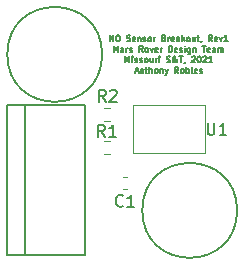
<source format=gbr>
G04 #@! TF.GenerationSoftware,KiCad,Pcbnew,(5.1.4)-1*
G04 #@! TF.CreationDate,2020-11-28T02:07:29-06:00*
G04 #@! TF.ProjectId,NO_Sensor_Breakout,4e4f5f53-656e-4736-9f72-5f427265616b,rev?*
G04 #@! TF.SameCoordinates,Original*
G04 #@! TF.FileFunction,Legend,Top*
G04 #@! TF.FilePolarity,Positive*
%FSLAX46Y46*%
G04 Gerber Fmt 4.6, Leading zero omitted, Abs format (unit mm)*
G04 Created by KiCad (PCBNEW (5.1.4)-1) date 2020-11-28 02:07:29*
%MOMM*%
%LPD*%
G04 APERTURE LIST*
%ADD10C,0.127000*%
%ADD11C,0.150000*%
%ADD12C,0.120000*%
G04 APERTURE END LIST*
D10*
X166224857Y-75350309D02*
X166224857Y-74842309D01*
X166515142Y-75350309D01*
X166515142Y-74842309D01*
X166853809Y-74842309D02*
X166950571Y-74842309D01*
X166998952Y-74866500D01*
X167047333Y-74914880D01*
X167071523Y-75011642D01*
X167071523Y-75180976D01*
X167047333Y-75277738D01*
X166998952Y-75326119D01*
X166950571Y-75350309D01*
X166853809Y-75350309D01*
X166805428Y-75326119D01*
X166757047Y-75277738D01*
X166732857Y-75180976D01*
X166732857Y-75011642D01*
X166757047Y-74914880D01*
X166805428Y-74866500D01*
X166853809Y-74842309D01*
X167652095Y-75326119D02*
X167724666Y-75350309D01*
X167845619Y-75350309D01*
X167894000Y-75326119D01*
X167918190Y-75301928D01*
X167942380Y-75253547D01*
X167942380Y-75205166D01*
X167918190Y-75156785D01*
X167894000Y-75132595D01*
X167845619Y-75108404D01*
X167748857Y-75084214D01*
X167700476Y-75060023D01*
X167676285Y-75035833D01*
X167652095Y-74987452D01*
X167652095Y-74939071D01*
X167676285Y-74890690D01*
X167700476Y-74866500D01*
X167748857Y-74842309D01*
X167869809Y-74842309D01*
X167942380Y-74866500D01*
X168353619Y-75326119D02*
X168305238Y-75350309D01*
X168208476Y-75350309D01*
X168160095Y-75326119D01*
X168135904Y-75277738D01*
X168135904Y-75084214D01*
X168160095Y-75035833D01*
X168208476Y-75011642D01*
X168305238Y-75011642D01*
X168353619Y-75035833D01*
X168377809Y-75084214D01*
X168377809Y-75132595D01*
X168135904Y-75180976D01*
X168595523Y-75011642D02*
X168595523Y-75350309D01*
X168595523Y-75060023D02*
X168619714Y-75035833D01*
X168668095Y-75011642D01*
X168740666Y-75011642D01*
X168789047Y-75035833D01*
X168813238Y-75084214D01*
X168813238Y-75350309D01*
X169030952Y-75326119D02*
X169079333Y-75350309D01*
X169176095Y-75350309D01*
X169224476Y-75326119D01*
X169248666Y-75277738D01*
X169248666Y-75253547D01*
X169224476Y-75205166D01*
X169176095Y-75180976D01*
X169103523Y-75180976D01*
X169055142Y-75156785D01*
X169030952Y-75108404D01*
X169030952Y-75084214D01*
X169055142Y-75035833D01*
X169103523Y-75011642D01*
X169176095Y-75011642D01*
X169224476Y-75035833D01*
X169538952Y-75350309D02*
X169490571Y-75326119D01*
X169466380Y-75301928D01*
X169442190Y-75253547D01*
X169442190Y-75108404D01*
X169466380Y-75060023D01*
X169490571Y-75035833D01*
X169538952Y-75011642D01*
X169611523Y-75011642D01*
X169659904Y-75035833D01*
X169684095Y-75060023D01*
X169708285Y-75108404D01*
X169708285Y-75253547D01*
X169684095Y-75301928D01*
X169659904Y-75326119D01*
X169611523Y-75350309D01*
X169538952Y-75350309D01*
X169926000Y-75350309D02*
X169926000Y-75011642D01*
X169926000Y-75108404D02*
X169950190Y-75060023D01*
X169974380Y-75035833D01*
X170022761Y-75011642D01*
X170071142Y-75011642D01*
X170796857Y-75084214D02*
X170869428Y-75108404D01*
X170893619Y-75132595D01*
X170917809Y-75180976D01*
X170917809Y-75253547D01*
X170893619Y-75301928D01*
X170869428Y-75326119D01*
X170821047Y-75350309D01*
X170627523Y-75350309D01*
X170627523Y-74842309D01*
X170796857Y-74842309D01*
X170845238Y-74866500D01*
X170869428Y-74890690D01*
X170893619Y-74939071D01*
X170893619Y-74987452D01*
X170869428Y-75035833D01*
X170845238Y-75060023D01*
X170796857Y-75084214D01*
X170627523Y-75084214D01*
X171135523Y-75350309D02*
X171135523Y-75011642D01*
X171135523Y-75108404D02*
X171159714Y-75060023D01*
X171183904Y-75035833D01*
X171232285Y-75011642D01*
X171280666Y-75011642D01*
X171643523Y-75326119D02*
X171595142Y-75350309D01*
X171498380Y-75350309D01*
X171450000Y-75326119D01*
X171425809Y-75277738D01*
X171425809Y-75084214D01*
X171450000Y-75035833D01*
X171498380Y-75011642D01*
X171595142Y-75011642D01*
X171643523Y-75035833D01*
X171667714Y-75084214D01*
X171667714Y-75132595D01*
X171425809Y-75180976D01*
X172103142Y-75350309D02*
X172103142Y-75084214D01*
X172078952Y-75035833D01*
X172030571Y-75011642D01*
X171933809Y-75011642D01*
X171885428Y-75035833D01*
X172103142Y-75326119D02*
X172054761Y-75350309D01*
X171933809Y-75350309D01*
X171885428Y-75326119D01*
X171861238Y-75277738D01*
X171861238Y-75229357D01*
X171885428Y-75180976D01*
X171933809Y-75156785D01*
X172054761Y-75156785D01*
X172103142Y-75132595D01*
X172345047Y-75350309D02*
X172345047Y-74842309D01*
X172393428Y-75156785D02*
X172538571Y-75350309D01*
X172538571Y-75011642D02*
X172345047Y-75205166D01*
X172828857Y-75350309D02*
X172780476Y-75326119D01*
X172756285Y-75301928D01*
X172732095Y-75253547D01*
X172732095Y-75108404D01*
X172756285Y-75060023D01*
X172780476Y-75035833D01*
X172828857Y-75011642D01*
X172901428Y-75011642D01*
X172949809Y-75035833D01*
X172974000Y-75060023D01*
X172998190Y-75108404D01*
X172998190Y-75253547D01*
X172974000Y-75301928D01*
X172949809Y-75326119D01*
X172901428Y-75350309D01*
X172828857Y-75350309D01*
X173433619Y-75011642D02*
X173433619Y-75350309D01*
X173215904Y-75011642D02*
X173215904Y-75277738D01*
X173240095Y-75326119D01*
X173288476Y-75350309D01*
X173361047Y-75350309D01*
X173409428Y-75326119D01*
X173433619Y-75301928D01*
X173602952Y-75011642D02*
X173796476Y-75011642D01*
X173675523Y-74842309D02*
X173675523Y-75277738D01*
X173699714Y-75326119D01*
X173748095Y-75350309D01*
X173796476Y-75350309D01*
X173990000Y-75326119D02*
X173990000Y-75350309D01*
X173965809Y-75398690D01*
X173941619Y-75422880D01*
X174885047Y-75350309D02*
X174715714Y-75108404D01*
X174594761Y-75350309D02*
X174594761Y-74842309D01*
X174788285Y-74842309D01*
X174836666Y-74866500D01*
X174860857Y-74890690D01*
X174885047Y-74939071D01*
X174885047Y-75011642D01*
X174860857Y-75060023D01*
X174836666Y-75084214D01*
X174788285Y-75108404D01*
X174594761Y-75108404D01*
X175296285Y-75326119D02*
X175247904Y-75350309D01*
X175151142Y-75350309D01*
X175102761Y-75326119D01*
X175078571Y-75277738D01*
X175078571Y-75084214D01*
X175102761Y-75035833D01*
X175151142Y-75011642D01*
X175247904Y-75011642D01*
X175296285Y-75035833D01*
X175320476Y-75084214D01*
X175320476Y-75132595D01*
X175078571Y-75180976D01*
X175489809Y-75011642D02*
X175610761Y-75350309D01*
X175731714Y-75011642D01*
X176191333Y-75350309D02*
X175901047Y-75350309D01*
X176046190Y-75350309D02*
X176046190Y-74842309D01*
X175997809Y-74914880D01*
X175949428Y-74963261D01*
X175901047Y-74987452D01*
X166563523Y-76239309D02*
X166563523Y-75731309D01*
X166732857Y-76094166D01*
X166902190Y-75731309D01*
X166902190Y-76239309D01*
X167361809Y-76239309D02*
X167361809Y-75973214D01*
X167337619Y-75924833D01*
X167289238Y-75900642D01*
X167192476Y-75900642D01*
X167144095Y-75924833D01*
X167361809Y-76215119D02*
X167313428Y-76239309D01*
X167192476Y-76239309D01*
X167144095Y-76215119D01*
X167119904Y-76166738D01*
X167119904Y-76118357D01*
X167144095Y-76069976D01*
X167192476Y-76045785D01*
X167313428Y-76045785D01*
X167361809Y-76021595D01*
X167603714Y-76239309D02*
X167603714Y-75900642D01*
X167603714Y-75997404D02*
X167627904Y-75949023D01*
X167652095Y-75924833D01*
X167700476Y-75900642D01*
X167748857Y-75900642D01*
X167894000Y-76215119D02*
X167942380Y-76239309D01*
X168039142Y-76239309D01*
X168087523Y-76215119D01*
X168111714Y-76166738D01*
X168111714Y-76142547D01*
X168087523Y-76094166D01*
X168039142Y-76069976D01*
X167966571Y-76069976D01*
X167918190Y-76045785D01*
X167894000Y-75997404D01*
X167894000Y-75973214D01*
X167918190Y-75924833D01*
X167966571Y-75900642D01*
X168039142Y-75900642D01*
X168087523Y-75924833D01*
X169006761Y-76239309D02*
X168837428Y-75997404D01*
X168716476Y-76239309D02*
X168716476Y-75731309D01*
X168910000Y-75731309D01*
X168958380Y-75755500D01*
X168982571Y-75779690D01*
X169006761Y-75828071D01*
X169006761Y-75900642D01*
X168982571Y-75949023D01*
X168958380Y-75973214D01*
X168910000Y-75997404D01*
X168716476Y-75997404D01*
X169297047Y-76239309D02*
X169248666Y-76215119D01*
X169224476Y-76190928D01*
X169200285Y-76142547D01*
X169200285Y-75997404D01*
X169224476Y-75949023D01*
X169248666Y-75924833D01*
X169297047Y-75900642D01*
X169369619Y-75900642D01*
X169418000Y-75924833D01*
X169442190Y-75949023D01*
X169466380Y-75997404D01*
X169466380Y-76142547D01*
X169442190Y-76190928D01*
X169418000Y-76215119D01*
X169369619Y-76239309D01*
X169297047Y-76239309D01*
X169635714Y-75900642D02*
X169756666Y-76239309D01*
X169877619Y-75900642D01*
X170264666Y-76215119D02*
X170216285Y-76239309D01*
X170119523Y-76239309D01*
X170071142Y-76215119D01*
X170046952Y-76166738D01*
X170046952Y-75973214D01*
X170071142Y-75924833D01*
X170119523Y-75900642D01*
X170216285Y-75900642D01*
X170264666Y-75924833D01*
X170288857Y-75973214D01*
X170288857Y-76021595D01*
X170046952Y-76069976D01*
X170506571Y-76239309D02*
X170506571Y-75900642D01*
X170506571Y-75997404D02*
X170530761Y-75949023D01*
X170554952Y-75924833D01*
X170603333Y-75900642D01*
X170651714Y-75900642D01*
X171208095Y-76239309D02*
X171208095Y-75731309D01*
X171329047Y-75731309D01*
X171401619Y-75755500D01*
X171450000Y-75803880D01*
X171474190Y-75852261D01*
X171498380Y-75949023D01*
X171498380Y-76021595D01*
X171474190Y-76118357D01*
X171450000Y-76166738D01*
X171401619Y-76215119D01*
X171329047Y-76239309D01*
X171208095Y-76239309D01*
X171909619Y-76215119D02*
X171861238Y-76239309D01*
X171764476Y-76239309D01*
X171716095Y-76215119D01*
X171691904Y-76166738D01*
X171691904Y-75973214D01*
X171716095Y-75924833D01*
X171764476Y-75900642D01*
X171861238Y-75900642D01*
X171909619Y-75924833D01*
X171933809Y-75973214D01*
X171933809Y-76021595D01*
X171691904Y-76069976D01*
X172127333Y-76215119D02*
X172175714Y-76239309D01*
X172272476Y-76239309D01*
X172320857Y-76215119D01*
X172345047Y-76166738D01*
X172345047Y-76142547D01*
X172320857Y-76094166D01*
X172272476Y-76069976D01*
X172199904Y-76069976D01*
X172151523Y-76045785D01*
X172127333Y-75997404D01*
X172127333Y-75973214D01*
X172151523Y-75924833D01*
X172199904Y-75900642D01*
X172272476Y-75900642D01*
X172320857Y-75924833D01*
X172562761Y-76239309D02*
X172562761Y-75900642D01*
X172562761Y-75731309D02*
X172538571Y-75755500D01*
X172562761Y-75779690D01*
X172586952Y-75755500D01*
X172562761Y-75731309D01*
X172562761Y-75779690D01*
X173022380Y-75900642D02*
X173022380Y-76311880D01*
X172998190Y-76360261D01*
X172974000Y-76384452D01*
X172925619Y-76408642D01*
X172853047Y-76408642D01*
X172804666Y-76384452D01*
X173022380Y-76215119D02*
X172974000Y-76239309D01*
X172877238Y-76239309D01*
X172828857Y-76215119D01*
X172804666Y-76190928D01*
X172780476Y-76142547D01*
X172780476Y-75997404D01*
X172804666Y-75949023D01*
X172828857Y-75924833D01*
X172877238Y-75900642D01*
X172974000Y-75900642D01*
X173022380Y-75924833D01*
X173264285Y-75900642D02*
X173264285Y-76239309D01*
X173264285Y-75949023D02*
X173288476Y-75924833D01*
X173336857Y-75900642D01*
X173409428Y-75900642D01*
X173457809Y-75924833D01*
X173482000Y-75973214D01*
X173482000Y-76239309D01*
X174038380Y-75731309D02*
X174328666Y-75731309D01*
X174183523Y-76239309D02*
X174183523Y-75731309D01*
X174691523Y-76215119D02*
X174643142Y-76239309D01*
X174546380Y-76239309D01*
X174498000Y-76215119D01*
X174473809Y-76166738D01*
X174473809Y-75973214D01*
X174498000Y-75924833D01*
X174546380Y-75900642D01*
X174643142Y-75900642D01*
X174691523Y-75924833D01*
X174715714Y-75973214D01*
X174715714Y-76021595D01*
X174473809Y-76069976D01*
X175151142Y-76239309D02*
X175151142Y-75973214D01*
X175126952Y-75924833D01*
X175078571Y-75900642D01*
X174981809Y-75900642D01*
X174933428Y-75924833D01*
X175151142Y-76215119D02*
X175102761Y-76239309D01*
X174981809Y-76239309D01*
X174933428Y-76215119D01*
X174909238Y-76166738D01*
X174909238Y-76118357D01*
X174933428Y-76069976D01*
X174981809Y-76045785D01*
X175102761Y-76045785D01*
X175151142Y-76021595D01*
X175393047Y-76239309D02*
X175393047Y-75900642D01*
X175393047Y-75949023D02*
X175417238Y-75924833D01*
X175465619Y-75900642D01*
X175538190Y-75900642D01*
X175586571Y-75924833D01*
X175610761Y-75973214D01*
X175610761Y-76239309D01*
X175610761Y-75973214D02*
X175634952Y-75924833D01*
X175683333Y-75900642D01*
X175755904Y-75900642D01*
X175804285Y-75924833D01*
X175828476Y-75973214D01*
X175828476Y-76239309D01*
X167531142Y-77128309D02*
X167531142Y-76620309D01*
X167700476Y-76983166D01*
X167869809Y-76620309D01*
X167869809Y-77128309D01*
X168111714Y-77128309D02*
X168111714Y-76789642D01*
X168111714Y-76620309D02*
X168087523Y-76644500D01*
X168111714Y-76668690D01*
X168135904Y-76644500D01*
X168111714Y-76620309D01*
X168111714Y-76668690D01*
X168329428Y-77104119D02*
X168377809Y-77128309D01*
X168474571Y-77128309D01*
X168522952Y-77104119D01*
X168547142Y-77055738D01*
X168547142Y-77031547D01*
X168522952Y-76983166D01*
X168474571Y-76958976D01*
X168402000Y-76958976D01*
X168353619Y-76934785D01*
X168329428Y-76886404D01*
X168329428Y-76862214D01*
X168353619Y-76813833D01*
X168402000Y-76789642D01*
X168474571Y-76789642D01*
X168522952Y-76813833D01*
X168740666Y-77104119D02*
X168789047Y-77128309D01*
X168885809Y-77128309D01*
X168934190Y-77104119D01*
X168958380Y-77055738D01*
X168958380Y-77031547D01*
X168934190Y-76983166D01*
X168885809Y-76958976D01*
X168813238Y-76958976D01*
X168764857Y-76934785D01*
X168740666Y-76886404D01*
X168740666Y-76862214D01*
X168764857Y-76813833D01*
X168813238Y-76789642D01*
X168885809Y-76789642D01*
X168934190Y-76813833D01*
X169248666Y-77128309D02*
X169200285Y-77104119D01*
X169176095Y-77079928D01*
X169151904Y-77031547D01*
X169151904Y-76886404D01*
X169176095Y-76838023D01*
X169200285Y-76813833D01*
X169248666Y-76789642D01*
X169321238Y-76789642D01*
X169369619Y-76813833D01*
X169393809Y-76838023D01*
X169418000Y-76886404D01*
X169418000Y-77031547D01*
X169393809Y-77079928D01*
X169369619Y-77104119D01*
X169321238Y-77128309D01*
X169248666Y-77128309D01*
X169853428Y-76789642D02*
X169853428Y-77128309D01*
X169635714Y-76789642D02*
X169635714Y-77055738D01*
X169659904Y-77104119D01*
X169708285Y-77128309D01*
X169780857Y-77128309D01*
X169829238Y-77104119D01*
X169853428Y-77079928D01*
X170095333Y-77128309D02*
X170095333Y-76789642D01*
X170095333Y-76886404D02*
X170119523Y-76838023D01*
X170143714Y-76813833D01*
X170192095Y-76789642D01*
X170240476Y-76789642D01*
X170409809Y-77128309D02*
X170409809Y-76789642D01*
X170409809Y-76620309D02*
X170385619Y-76644500D01*
X170409809Y-76668690D01*
X170434000Y-76644500D01*
X170409809Y-76620309D01*
X170409809Y-76668690D01*
X171014571Y-77104119D02*
X171087142Y-77128309D01*
X171208095Y-77128309D01*
X171256476Y-77104119D01*
X171280666Y-77079928D01*
X171304857Y-77031547D01*
X171304857Y-76983166D01*
X171280666Y-76934785D01*
X171256476Y-76910595D01*
X171208095Y-76886404D01*
X171111333Y-76862214D01*
X171062952Y-76838023D01*
X171038761Y-76813833D01*
X171014571Y-76765452D01*
X171014571Y-76717071D01*
X171038761Y-76668690D01*
X171062952Y-76644500D01*
X171111333Y-76620309D01*
X171232285Y-76620309D01*
X171304857Y-76644500D01*
X171933809Y-77128309D02*
X171909619Y-77128309D01*
X171861238Y-77104119D01*
X171788666Y-77031547D01*
X171667714Y-76886404D01*
X171619333Y-76813833D01*
X171595142Y-76741261D01*
X171595142Y-76692880D01*
X171619333Y-76644500D01*
X171667714Y-76620309D01*
X171691904Y-76620309D01*
X171740285Y-76644500D01*
X171764476Y-76692880D01*
X171764476Y-76717071D01*
X171740285Y-76765452D01*
X171716095Y-76789642D01*
X171570952Y-76886404D01*
X171546761Y-76910595D01*
X171522571Y-76958976D01*
X171522571Y-77031547D01*
X171546761Y-77079928D01*
X171570952Y-77104119D01*
X171619333Y-77128309D01*
X171691904Y-77128309D01*
X171740285Y-77104119D01*
X171764476Y-77079928D01*
X171837047Y-76983166D01*
X171861238Y-76910595D01*
X171861238Y-76862214D01*
X172078952Y-76620309D02*
X172369238Y-76620309D01*
X172224095Y-77128309D02*
X172224095Y-76620309D01*
X172562761Y-77104119D02*
X172562761Y-77128309D01*
X172538571Y-77176690D01*
X172514380Y-77200880D01*
X173143333Y-76668690D02*
X173167523Y-76644500D01*
X173215904Y-76620309D01*
X173336857Y-76620309D01*
X173385238Y-76644500D01*
X173409428Y-76668690D01*
X173433619Y-76717071D01*
X173433619Y-76765452D01*
X173409428Y-76838023D01*
X173119142Y-77128309D01*
X173433619Y-77128309D01*
X173748095Y-76620309D02*
X173796476Y-76620309D01*
X173844857Y-76644500D01*
X173869047Y-76668690D01*
X173893238Y-76717071D01*
X173917428Y-76813833D01*
X173917428Y-76934785D01*
X173893238Y-77031547D01*
X173869047Y-77079928D01*
X173844857Y-77104119D01*
X173796476Y-77128309D01*
X173748095Y-77128309D01*
X173699714Y-77104119D01*
X173675523Y-77079928D01*
X173651333Y-77031547D01*
X173627142Y-76934785D01*
X173627142Y-76813833D01*
X173651333Y-76717071D01*
X173675523Y-76668690D01*
X173699714Y-76644500D01*
X173748095Y-76620309D01*
X174110952Y-76668690D02*
X174135142Y-76644500D01*
X174183523Y-76620309D01*
X174304476Y-76620309D01*
X174352857Y-76644500D01*
X174377047Y-76668690D01*
X174401238Y-76717071D01*
X174401238Y-76765452D01*
X174377047Y-76838023D01*
X174086761Y-77128309D01*
X174401238Y-77128309D01*
X174885047Y-77128309D02*
X174594761Y-77128309D01*
X174739904Y-77128309D02*
X174739904Y-76620309D01*
X174691523Y-76692880D01*
X174643142Y-76741261D01*
X174594761Y-76765452D01*
X168353619Y-77872166D02*
X168595523Y-77872166D01*
X168305238Y-78017309D02*
X168474571Y-77509309D01*
X168643904Y-78017309D01*
X168813238Y-77678642D02*
X168813238Y-78017309D01*
X168813238Y-77727023D02*
X168837428Y-77702833D01*
X168885809Y-77678642D01*
X168958380Y-77678642D01*
X169006761Y-77702833D01*
X169030952Y-77751214D01*
X169030952Y-78017309D01*
X169200285Y-77678642D02*
X169393809Y-77678642D01*
X169272857Y-77509309D02*
X169272857Y-77944738D01*
X169297047Y-77993119D01*
X169345428Y-78017309D01*
X169393809Y-78017309D01*
X169563142Y-78017309D02*
X169563142Y-77509309D01*
X169780857Y-78017309D02*
X169780857Y-77751214D01*
X169756666Y-77702833D01*
X169708285Y-77678642D01*
X169635714Y-77678642D01*
X169587333Y-77702833D01*
X169563142Y-77727023D01*
X170095333Y-78017309D02*
X170046952Y-77993119D01*
X170022761Y-77968928D01*
X169998571Y-77920547D01*
X169998571Y-77775404D01*
X170022761Y-77727023D01*
X170046952Y-77702833D01*
X170095333Y-77678642D01*
X170167904Y-77678642D01*
X170216285Y-77702833D01*
X170240476Y-77727023D01*
X170264666Y-77775404D01*
X170264666Y-77920547D01*
X170240476Y-77968928D01*
X170216285Y-77993119D01*
X170167904Y-78017309D01*
X170095333Y-78017309D01*
X170482380Y-77678642D02*
X170482380Y-78017309D01*
X170482380Y-77727023D02*
X170506571Y-77702833D01*
X170554952Y-77678642D01*
X170627523Y-77678642D01*
X170675904Y-77702833D01*
X170700095Y-77751214D01*
X170700095Y-78017309D01*
X170893619Y-77678642D02*
X171014571Y-78017309D01*
X171135523Y-77678642D02*
X171014571Y-78017309D01*
X170966190Y-78138261D01*
X170942000Y-78162452D01*
X170893619Y-78186642D01*
X172006380Y-78017309D02*
X171837047Y-77775404D01*
X171716095Y-78017309D02*
X171716095Y-77509309D01*
X171909619Y-77509309D01*
X171958000Y-77533500D01*
X171982190Y-77557690D01*
X172006380Y-77606071D01*
X172006380Y-77678642D01*
X171982190Y-77727023D01*
X171958000Y-77751214D01*
X171909619Y-77775404D01*
X171716095Y-77775404D01*
X172296666Y-78017309D02*
X172248285Y-77993119D01*
X172224095Y-77968928D01*
X172199904Y-77920547D01*
X172199904Y-77775404D01*
X172224095Y-77727023D01*
X172248285Y-77702833D01*
X172296666Y-77678642D01*
X172369238Y-77678642D01*
X172417619Y-77702833D01*
X172441809Y-77727023D01*
X172466000Y-77775404D01*
X172466000Y-77920547D01*
X172441809Y-77968928D01*
X172417619Y-77993119D01*
X172369238Y-78017309D01*
X172296666Y-78017309D01*
X172683714Y-78017309D02*
X172683714Y-77509309D01*
X172683714Y-77702833D02*
X172732095Y-77678642D01*
X172828857Y-77678642D01*
X172877238Y-77702833D01*
X172901428Y-77727023D01*
X172925619Y-77775404D01*
X172925619Y-77920547D01*
X172901428Y-77968928D01*
X172877238Y-77993119D01*
X172828857Y-78017309D01*
X172732095Y-78017309D01*
X172683714Y-77993119D01*
X173215904Y-78017309D02*
X173167523Y-77993119D01*
X173143333Y-77944738D01*
X173143333Y-77509309D01*
X173602952Y-77993119D02*
X173554571Y-78017309D01*
X173457809Y-78017309D01*
X173409428Y-77993119D01*
X173385238Y-77944738D01*
X173385238Y-77751214D01*
X173409428Y-77702833D01*
X173457809Y-77678642D01*
X173554571Y-77678642D01*
X173602952Y-77702833D01*
X173627142Y-77751214D01*
X173627142Y-77799595D01*
X173385238Y-77847976D01*
X173820666Y-77993119D02*
X173869047Y-78017309D01*
X173965809Y-78017309D01*
X174014190Y-77993119D01*
X174038380Y-77944738D01*
X174038380Y-77920547D01*
X174014190Y-77872166D01*
X173965809Y-77847976D01*
X173893238Y-77847976D01*
X173844857Y-77823785D01*
X173820666Y-77775404D01*
X173820666Y-77751214D01*
X173844857Y-77702833D01*
X173893238Y-77678642D01*
X173965809Y-77678642D01*
X174014190Y-77702833D01*
D11*
X165557200Y-76454000D02*
G75*
G03X165557200Y-76454000I-4013200J0D01*
G01*
X176987200Y-89662000D02*
G75*
G03X176987200Y-89662000I-4013200J0D01*
G01*
D12*
X174244000Y-80772000D02*
X174244000Y-84836000D01*
X168148000Y-84836000D02*
X168148000Y-80772000D01*
X174244000Y-84836000D02*
X168148000Y-84836000D01*
X168148000Y-80772000D02*
X174244000Y-80772000D01*
X165710776Y-82056500D02*
X166220224Y-82056500D01*
X165710776Y-81011500D02*
X166220224Y-81011500D01*
X165710776Y-84850500D02*
X166220224Y-84850500D01*
X165710776Y-83805500D02*
X166220224Y-83805500D01*
D11*
X164084000Y-93472000D02*
X159004000Y-93472000D01*
X164084000Y-80772000D02*
X159004000Y-80772000D01*
X159004000Y-93472000D02*
X159004000Y-80772000D01*
X164084000Y-80772000D02*
X164084000Y-93472000D01*
X157480000Y-93472000D02*
X159004000Y-93472000D01*
X159004000Y-80772000D02*
X157480000Y-80772000D01*
X157480000Y-80772000D02*
X157480000Y-93472000D01*
D12*
X167632767Y-86866000D02*
X167340233Y-86866000D01*
X167632767Y-87886000D02*
X167340233Y-87886000D01*
D11*
X174498095Y-82256380D02*
X174498095Y-83065904D01*
X174545714Y-83161142D01*
X174593333Y-83208761D01*
X174688571Y-83256380D01*
X174879047Y-83256380D01*
X174974285Y-83208761D01*
X175021904Y-83161142D01*
X175069523Y-83065904D01*
X175069523Y-82256380D01*
X176069523Y-83256380D02*
X175498095Y-83256380D01*
X175783809Y-83256380D02*
X175783809Y-82256380D01*
X175688571Y-82399238D01*
X175593333Y-82494476D01*
X175498095Y-82542095D01*
X165847733Y-80462380D02*
X165514400Y-79986190D01*
X165276304Y-80462380D02*
X165276304Y-79462380D01*
X165657257Y-79462380D01*
X165752495Y-79510000D01*
X165800114Y-79557619D01*
X165847733Y-79652857D01*
X165847733Y-79795714D01*
X165800114Y-79890952D01*
X165752495Y-79938571D01*
X165657257Y-79986190D01*
X165276304Y-79986190D01*
X166228685Y-79557619D02*
X166276304Y-79510000D01*
X166371542Y-79462380D01*
X166609638Y-79462380D01*
X166704876Y-79510000D01*
X166752495Y-79557619D01*
X166800114Y-79652857D01*
X166800114Y-79748095D01*
X166752495Y-79890952D01*
X166181066Y-80462380D01*
X166800114Y-80462380D01*
X165796933Y-83408780D02*
X165463600Y-82932590D01*
X165225504Y-83408780D02*
X165225504Y-82408780D01*
X165606457Y-82408780D01*
X165701695Y-82456400D01*
X165749314Y-82504019D01*
X165796933Y-82599257D01*
X165796933Y-82742114D01*
X165749314Y-82837352D01*
X165701695Y-82884971D01*
X165606457Y-82932590D01*
X165225504Y-82932590D01*
X166749314Y-83408780D02*
X166177885Y-83408780D01*
X166463600Y-83408780D02*
X166463600Y-82408780D01*
X166368361Y-82551638D01*
X166273123Y-82646876D01*
X166177885Y-82694495D01*
X167319833Y-89257142D02*
X167272214Y-89304761D01*
X167129357Y-89352380D01*
X167034119Y-89352380D01*
X166891261Y-89304761D01*
X166796023Y-89209523D01*
X166748404Y-89114285D01*
X166700785Y-88923809D01*
X166700785Y-88780952D01*
X166748404Y-88590476D01*
X166796023Y-88495238D01*
X166891261Y-88400000D01*
X167034119Y-88352380D01*
X167129357Y-88352380D01*
X167272214Y-88400000D01*
X167319833Y-88447619D01*
X168272214Y-89352380D02*
X167700785Y-89352380D01*
X167986500Y-89352380D02*
X167986500Y-88352380D01*
X167891261Y-88495238D01*
X167796023Y-88590476D01*
X167700785Y-88638095D01*
M02*

</source>
